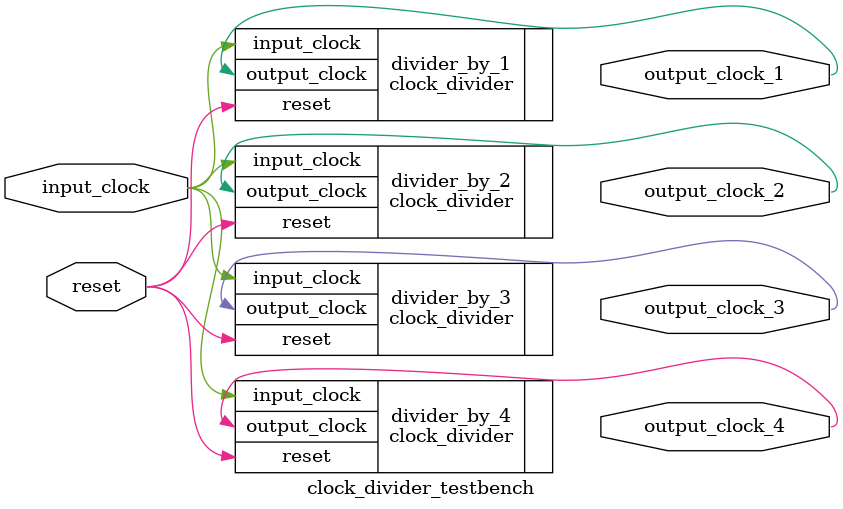
<source format=v>
`timescale 1ns / 1ps


module clock_divider_testbench
(
    input wire reset,
    input wire input_clock,
    output wire output_clock_1,
    output wire output_clock_2,
    output wire output_clock_3,
    output wire output_clock_4
);

    clock_divider #(.clock_division(1)) divider_by_1  (.reset(reset), .input_clock(input_clock), .output_clock(output_clock_1));
    clock_divider #(.clock_division(2)) divider_by_2  (.reset(reset), .reset(reset), .input_clock(input_clock), .output_clock(output_clock_2));
    clock_divider #(.clock_division(3)) divider_by_3  (.reset(reset), .input_clock(input_clock), .output_clock(output_clock_3));
    clock_divider #(.clock_division(4)) divider_by_4  (.reset(reset), .input_clock(input_clock), .output_clock(output_clock_4));
endmodule

</source>
